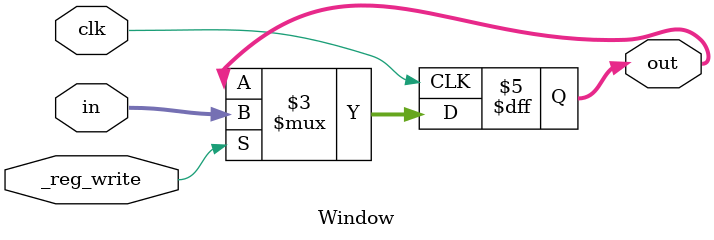
<source format=v>
module Window(
	input [1:0] in,
	output reg [1:0] out,
	input _reg_write,
	input clk
	);

	initial
	begin
		out <= 2'b0;
	end

	always @ (posedge clk)
	begin
		if (_reg_write)
		  out <= in;
	end
endmodule


</source>
